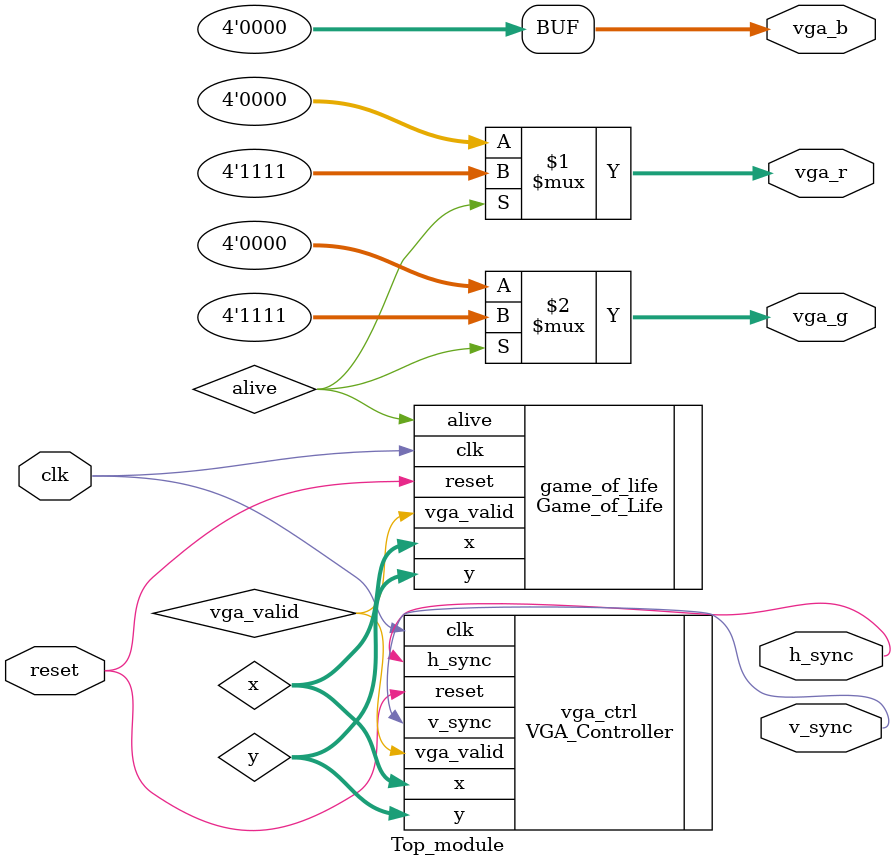
<source format=v>
`timescale 1ns / 1ps


module Top_module (
    input clk,                // 100 MHz clock from the FPGA
    input reset,              // Reset signal
    output h_sync,            // VGA horizontal sync
    output v_sync,            // VGA vertical sync
    output [3:0] vga_r,       // VGA Red signal
    output [3:0] vga_g,       // VGA Green signal
    output [3:0] vga_b        // VGA Blue signal
);

    // Signals for VGA controller and Game of Life module
    wire [9:0] x, y;
    wire vga_valid;
    wire alive;

    // Instantiate the VGA controller
    VGA_Controller vga_ctrl(.clk(clk), .reset(reset), .h_sync(h_sync), .v_sync(v_sync), .x(x), .y(y), .vga_valid(vga_valid));

    // Instantiate the Game of Life module
    Game_of_Life game_of_life(.clk(clk), .reset(reset), .x(x), .y(y), .vga_valid(vga_valid), .alive(alive));

    // Set VGA color based on alive/dead cell
    assign vga_r = alive ? 4'b1111 : 4'b0000;   // Red for alive, off for dead
    assign vga_g = alive ? 4'b1111 : 4'b0000;   // Green off
    assign vga_b = 4'b0000;                     // Blue off

endmodule

</source>
